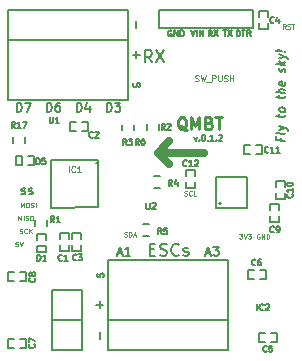
<source format=gto>
G04 #@! TF.FileFunction,Legend,Top*
%FSLAX46Y46*%
G04 Gerber Fmt 4.6, Leading zero omitted, Abs format (unit mm)*
G04 Created by KiCad (PCBNEW (2014-12-04 BZR 5312)-product) date 1/18/2015 1:46:40 PM*
%MOMM*%
G01*
G04 APERTURE LIST*
%ADD10C,0.100000*%
%ADD11C,0.127000*%
%ADD12C,0.177800*%
%ADD13C,0.254000*%
%ADD14C,0.190500*%
%ADD15C,0.635000*%
%ADD16C,0.150000*%
%ADD17C,0.125000*%
G04 APERTURE END LIST*
D10*
D11*
X48215006Y-43671309D02*
X48287577Y-43707594D01*
X48432720Y-43707594D01*
X48505292Y-43671309D01*
X48541577Y-43598737D01*
X48541577Y-43562451D01*
X48505292Y-43489880D01*
X48432720Y-43453594D01*
X48323863Y-43453594D01*
X48251292Y-43417309D01*
X48215006Y-43344737D01*
X48215006Y-43308451D01*
X48251292Y-43235880D01*
X48323863Y-43199594D01*
X48432720Y-43199594D01*
X48505292Y-43235880D01*
X48831863Y-43671309D02*
X48904434Y-43707594D01*
X49049577Y-43707594D01*
X49122149Y-43671309D01*
X49158434Y-43598737D01*
X49158434Y-43562451D01*
X49122149Y-43489880D01*
X49049577Y-43453594D01*
X48940720Y-43453594D01*
X48868149Y-43417309D01*
X48831863Y-43344737D01*
X48831863Y-43308451D01*
X48868149Y-43235880D01*
X48940720Y-43199594D01*
X49049577Y-43199594D01*
X49122149Y-43235880D01*
D12*
X70171491Y-38907902D02*
X70171491Y-39144969D01*
X70570634Y-39194862D02*
X69808634Y-39099612D01*
X69808634Y-38760945D01*
X70570634Y-38483662D02*
X70534349Y-38546860D01*
X70461777Y-38571655D01*
X69808634Y-38490012D01*
X70062634Y-38216962D02*
X70570634Y-38111129D01*
X70062634Y-37878295D02*
X70570634Y-38111129D01*
X70752063Y-38201541D01*
X70788349Y-38239944D01*
X70824634Y-38312212D01*
X70062634Y-37167095D02*
X70062634Y-36896161D01*
X69808634Y-37033745D02*
X70461777Y-37115388D01*
X70534349Y-37090593D01*
X70570634Y-37027395D01*
X70570634Y-36959661D01*
X70570634Y-36620995D02*
X70534349Y-36684193D01*
X70498063Y-36713524D01*
X70425491Y-36738318D01*
X70207777Y-36711104D01*
X70135206Y-36668167D01*
X70098920Y-36629764D01*
X70062634Y-36557495D01*
X70062634Y-36455895D01*
X70098920Y-36392697D01*
X70135206Y-36363367D01*
X70207777Y-36338571D01*
X70425491Y-36365785D01*
X70498063Y-36408724D01*
X70534349Y-36447126D01*
X70570634Y-36519395D01*
X70570634Y-36620995D01*
X70062634Y-35575361D02*
X70062634Y-35304427D01*
X69808634Y-35442011D02*
X70461777Y-35523654D01*
X70534349Y-35498859D01*
X70570634Y-35435661D01*
X70570634Y-35367927D01*
X70570634Y-35130861D02*
X69808634Y-35035611D01*
X70570634Y-34826061D02*
X70171491Y-34776168D01*
X70098920Y-34800963D01*
X70062634Y-34864161D01*
X70062634Y-34965761D01*
X70098920Y-35038030D01*
X70135206Y-35076433D01*
X70534349Y-34211925D02*
X70570634Y-34284194D01*
X70570634Y-34419660D01*
X70534349Y-34482859D01*
X70461777Y-34507653D01*
X70171491Y-34471367D01*
X70098920Y-34428430D01*
X70062634Y-34356160D01*
X70062634Y-34220694D01*
X70098920Y-34157496D01*
X70171491Y-34132701D01*
X70244063Y-34141773D01*
X70316634Y-34489510D01*
X70534349Y-33365258D02*
X70570634Y-33302060D01*
X70570634Y-33166593D01*
X70534349Y-33094325D01*
X70461777Y-33051386D01*
X70425491Y-33046850D01*
X70352920Y-33071646D01*
X70316634Y-33134843D01*
X70316634Y-33236443D01*
X70280349Y-33299642D01*
X70207777Y-33324436D01*
X70171491Y-33319900D01*
X70098920Y-33276963D01*
X70062634Y-33204693D01*
X70062634Y-33103093D01*
X70098920Y-33039896D01*
X70570634Y-32760194D02*
X69808634Y-32664944D01*
X70280349Y-32656175D02*
X70570634Y-32489260D01*
X70062634Y-32425760D02*
X70352920Y-32732980D01*
X70062634Y-32188694D02*
X70570634Y-32082861D01*
X70062634Y-31850027D02*
X70570634Y-32082861D01*
X70752063Y-32173273D01*
X70788349Y-32211676D01*
X70824634Y-32283944D01*
X70498063Y-31633523D02*
X70534349Y-31604192D01*
X70570634Y-31642594D01*
X70534349Y-31671925D01*
X70498063Y-31633523D01*
X70570634Y-31642594D01*
X70280349Y-31606309D02*
X69844920Y-31585746D01*
X69808634Y-31547344D01*
X69844920Y-31518013D01*
X70280349Y-31606309D01*
X69808634Y-31547344D01*
D11*
X62844195Y-38809023D02*
X62965148Y-39147690D01*
X63086100Y-38809023D01*
X63279624Y-39099309D02*
X63303815Y-39123499D01*
X63279624Y-39147690D01*
X63255434Y-39123499D01*
X63279624Y-39099309D01*
X63279624Y-39147690D01*
X63618291Y-38639690D02*
X63666672Y-38639690D01*
X63715053Y-38663880D01*
X63739244Y-38688070D01*
X63763434Y-38736451D01*
X63787625Y-38833213D01*
X63787625Y-38954166D01*
X63763434Y-39050928D01*
X63739244Y-39099309D01*
X63715053Y-39123499D01*
X63666672Y-39147690D01*
X63618291Y-39147690D01*
X63569910Y-39123499D01*
X63545720Y-39099309D01*
X63521529Y-39050928D01*
X63497339Y-38954166D01*
X63497339Y-38833213D01*
X63521529Y-38736451D01*
X63545720Y-38688070D01*
X63569910Y-38663880D01*
X63618291Y-38639690D01*
X64005339Y-39099309D02*
X64029530Y-39123499D01*
X64005339Y-39147690D01*
X63981149Y-39123499D01*
X64005339Y-39099309D01*
X64005339Y-39147690D01*
X64513340Y-39147690D02*
X64223054Y-39147690D01*
X64368197Y-39147690D02*
X64368197Y-38639690D01*
X64319816Y-38712261D01*
X64271435Y-38760642D01*
X64223054Y-38784832D01*
X64731054Y-39099309D02*
X64755245Y-39123499D01*
X64731054Y-39147690D01*
X64706864Y-39123499D01*
X64731054Y-39099309D01*
X64731054Y-39147690D01*
X64948769Y-38688070D02*
X64972959Y-38663880D01*
X65021340Y-38639690D01*
X65142293Y-38639690D01*
X65190674Y-38663880D01*
X65214864Y-38688070D01*
X65239055Y-38736451D01*
X65239055Y-38784832D01*
X65214864Y-38857404D01*
X64924578Y-39147690D01*
X65239055Y-39147690D01*
D13*
X62203149Y-38280461D02*
X62106387Y-38232080D01*
X62009625Y-38135318D01*
X61864482Y-37990175D01*
X61767721Y-37941794D01*
X61670959Y-37941794D01*
X61719340Y-38183699D02*
X61622578Y-38135318D01*
X61525816Y-38038556D01*
X61477435Y-37845032D01*
X61477435Y-37506366D01*
X61525816Y-37312842D01*
X61622578Y-37216080D01*
X61719340Y-37167699D01*
X61912863Y-37167699D01*
X62009625Y-37216080D01*
X62106387Y-37312842D01*
X62154768Y-37506366D01*
X62154768Y-37845032D01*
X62106387Y-38038556D01*
X62009625Y-38135318D01*
X61912863Y-38183699D01*
X61719340Y-38183699D01*
X62590197Y-38183699D02*
X62590197Y-37167699D01*
X62928863Y-37893413D01*
X63267530Y-37167699D01*
X63267530Y-38183699D01*
X64090006Y-37651509D02*
X64235149Y-37699890D01*
X64283530Y-37748270D01*
X64331911Y-37845032D01*
X64331911Y-37990175D01*
X64283530Y-38086937D01*
X64235149Y-38135318D01*
X64138387Y-38183699D01*
X63751340Y-38183699D01*
X63751340Y-37167699D01*
X64090006Y-37167699D01*
X64186768Y-37216080D01*
X64235149Y-37264461D01*
X64283530Y-37361223D01*
X64283530Y-37457985D01*
X64235149Y-37554747D01*
X64186768Y-37603128D01*
X64090006Y-37651509D01*
X63751340Y-37651509D01*
X64622197Y-37167699D02*
X65202768Y-37167699D01*
X64912483Y-38183699D02*
X64912483Y-37167699D01*
D14*
X52899492Y-36722594D02*
X52899492Y-35960594D01*
X53080920Y-35960594D01*
X53189777Y-35996880D01*
X53262349Y-36069451D01*
X53298634Y-36142023D01*
X53334920Y-36287166D01*
X53334920Y-36396023D01*
X53298634Y-36541166D01*
X53262349Y-36613737D01*
X53189777Y-36686309D01*
X53080920Y-36722594D01*
X52899492Y-36722594D01*
X53988063Y-36214594D02*
X53988063Y-36722594D01*
X53806634Y-35924309D02*
X53625206Y-36468594D01*
X54096920Y-36468594D01*
X55439492Y-36722594D02*
X55439492Y-35960594D01*
X55620920Y-35960594D01*
X55729777Y-35996880D01*
X55802349Y-36069451D01*
X55838634Y-36142023D01*
X55874920Y-36287166D01*
X55874920Y-36396023D01*
X55838634Y-36541166D01*
X55802349Y-36613737D01*
X55729777Y-36686309D01*
X55620920Y-36722594D01*
X55439492Y-36722594D01*
X56128920Y-35960594D02*
X56600634Y-35960594D01*
X56346634Y-36250880D01*
X56455492Y-36250880D01*
X56528063Y-36287166D01*
X56564349Y-36323451D01*
X56600634Y-36396023D01*
X56600634Y-36577451D01*
X56564349Y-36650023D01*
X56528063Y-36686309D01*
X56455492Y-36722594D01*
X56237777Y-36722594D01*
X56165206Y-36686309D01*
X56128920Y-36650023D01*
X50359492Y-36722594D02*
X50359492Y-35960594D01*
X50540920Y-35960594D01*
X50649777Y-35996880D01*
X50722349Y-36069451D01*
X50758634Y-36142023D01*
X50794920Y-36287166D01*
X50794920Y-36396023D01*
X50758634Y-36541166D01*
X50722349Y-36613737D01*
X50649777Y-36686309D01*
X50540920Y-36722594D01*
X50359492Y-36722594D01*
X51448063Y-35960594D02*
X51302920Y-35960594D01*
X51230349Y-35996880D01*
X51194063Y-36033166D01*
X51121492Y-36142023D01*
X51085206Y-36287166D01*
X51085206Y-36577451D01*
X51121492Y-36650023D01*
X51157777Y-36686309D01*
X51230349Y-36722594D01*
X51375492Y-36722594D01*
X51448063Y-36686309D01*
X51484349Y-36650023D01*
X51520634Y-36577451D01*
X51520634Y-36396023D01*
X51484349Y-36323451D01*
X51448063Y-36287166D01*
X51375492Y-36250880D01*
X51230349Y-36250880D01*
X51157777Y-36287166D01*
X51121492Y-36323451D01*
X51085206Y-36396023D01*
X47819492Y-36722594D02*
X47819492Y-35960594D01*
X48000920Y-35960594D01*
X48109777Y-35996880D01*
X48182349Y-36069451D01*
X48218634Y-36142023D01*
X48254920Y-36287166D01*
X48254920Y-36396023D01*
X48218634Y-36541166D01*
X48182349Y-36613737D01*
X48109777Y-36686309D01*
X48000920Y-36722594D01*
X47819492Y-36722594D01*
X48508920Y-35960594D02*
X49016920Y-35960594D01*
X48690349Y-36722594D01*
X63839635Y-48696880D02*
X64202492Y-48696880D01*
X63767063Y-48914594D02*
X64021063Y-48152594D01*
X64275063Y-48914594D01*
X64456492Y-48152594D02*
X64928206Y-48152594D01*
X64674206Y-48442880D01*
X64783064Y-48442880D01*
X64855635Y-48479166D01*
X64891921Y-48515451D01*
X64928206Y-48588023D01*
X64928206Y-48769451D01*
X64891921Y-48842023D01*
X64855635Y-48878309D01*
X64783064Y-48914594D01*
X64565349Y-48914594D01*
X64492778Y-48878309D01*
X64456492Y-48842023D01*
X56346635Y-48696880D02*
X56709492Y-48696880D01*
X56274063Y-48914594D02*
X56528063Y-48152594D01*
X56782063Y-48914594D01*
X57435206Y-48914594D02*
X56999778Y-48914594D01*
X57217492Y-48914594D02*
X57217492Y-48152594D01*
X57144921Y-48261451D01*
X57072349Y-48334023D01*
X56999778Y-48370309D01*
X59261587Y-32519499D02*
X58922921Y-32035690D01*
X58681016Y-32519499D02*
X58681016Y-31503499D01*
X59068063Y-31503499D01*
X59164825Y-31551880D01*
X59213206Y-31600261D01*
X59261587Y-31697023D01*
X59261587Y-31842166D01*
X59213206Y-31938928D01*
X59164825Y-31987309D01*
X59068063Y-32035690D01*
X58681016Y-32035690D01*
X59600254Y-31503499D02*
X60277587Y-32519499D01*
X60277587Y-31503499D02*
X59600254Y-32519499D01*
X59080159Y-48370309D02*
X59418825Y-48370309D01*
X59563968Y-48902499D02*
X59080159Y-48902499D01*
X59080159Y-47886499D01*
X59563968Y-47886499D01*
X59951016Y-48854118D02*
X60096159Y-48902499D01*
X60338063Y-48902499D01*
X60434825Y-48854118D01*
X60483206Y-48805737D01*
X60531587Y-48708975D01*
X60531587Y-48612213D01*
X60483206Y-48515451D01*
X60434825Y-48467070D01*
X60338063Y-48418690D01*
X60144540Y-48370309D01*
X60047778Y-48321928D01*
X59999397Y-48273547D01*
X59951016Y-48176785D01*
X59951016Y-48080023D01*
X59999397Y-47983261D01*
X60047778Y-47934880D01*
X60144540Y-47886499D01*
X60386444Y-47886499D01*
X60531587Y-47934880D01*
X61547587Y-48805737D02*
X61499206Y-48854118D01*
X61354063Y-48902499D01*
X61257301Y-48902499D01*
X61112159Y-48854118D01*
X61015397Y-48757356D01*
X60967016Y-48660594D01*
X60918635Y-48467070D01*
X60918635Y-48321928D01*
X60967016Y-48128404D01*
X61015397Y-48031642D01*
X61112159Y-47934880D01*
X61257301Y-47886499D01*
X61354063Y-47886499D01*
X61499206Y-47934880D01*
X61547587Y-47983261D01*
X61934635Y-48854118D02*
X62031397Y-48902499D01*
X62224921Y-48902499D01*
X62321682Y-48854118D01*
X62370063Y-48757356D01*
X62370063Y-48708975D01*
X62321682Y-48612213D01*
X62224921Y-48563832D01*
X62079778Y-48563832D01*
X61983016Y-48515451D01*
X61934635Y-48418690D01*
X61934635Y-48370309D01*
X61983016Y-48273547D01*
X62079778Y-48225166D01*
X62224921Y-48225166D01*
X62321682Y-48273547D01*
D15*
X63634015Y-40187880D02*
X59763539Y-40187880D01*
X60731158Y-41155499D02*
X59763539Y-40187880D01*
X60731158Y-39220261D01*
D11*
X66437688Y-30322050D02*
X66437688Y-29814050D01*
X66558641Y-29814050D01*
X66631212Y-29838240D01*
X66679593Y-29886621D01*
X66703784Y-29935002D01*
X66727974Y-30031764D01*
X66727974Y-30104335D01*
X66703784Y-30201097D01*
X66679593Y-30249478D01*
X66631212Y-30297859D01*
X66558641Y-30322050D01*
X66437688Y-30322050D01*
X66873117Y-29814050D02*
X67163403Y-29814050D01*
X67018260Y-30322050D02*
X67018260Y-29814050D01*
X67623022Y-30322050D02*
X67453689Y-30080145D01*
X67332736Y-30322050D02*
X67332736Y-29814050D01*
X67526260Y-29814050D01*
X67574641Y-29838240D01*
X67598832Y-29862430D01*
X67623022Y-29910811D01*
X67623022Y-29983383D01*
X67598832Y-30031764D01*
X67574641Y-30055954D01*
X67526260Y-30080145D01*
X67332736Y-30080145D01*
X65315492Y-29814050D02*
X65605778Y-29814050D01*
X65460635Y-30322050D02*
X65460635Y-29814050D01*
X65726730Y-29814050D02*
X66065397Y-30322050D01*
X66065397Y-29814050D02*
X65726730Y-30322050D01*
X64355493Y-30322050D02*
X64186160Y-30080145D01*
X64065207Y-30322050D02*
X64065207Y-29814050D01*
X64258731Y-29814050D01*
X64307112Y-29838240D01*
X64331303Y-29862430D01*
X64355493Y-29910811D01*
X64355493Y-29983383D01*
X64331303Y-30031764D01*
X64307112Y-30055954D01*
X64258731Y-30080145D01*
X64065207Y-30080145D01*
X64524826Y-29814050D02*
X64863493Y-30322050D01*
X64863493Y-29814050D02*
X64524826Y-30322050D01*
X62585839Y-29814050D02*
X62755172Y-30322050D01*
X62924506Y-29814050D01*
X63093839Y-30322050D02*
X63093839Y-29814050D01*
X63335744Y-30322050D02*
X63335744Y-29814050D01*
X63626030Y-30322050D01*
X63626030Y-29814050D01*
X60906053Y-29838240D02*
X60857672Y-29814050D01*
X60785100Y-29814050D01*
X60712529Y-29838240D01*
X60664148Y-29886621D01*
X60639957Y-29935002D01*
X60615767Y-30031764D01*
X60615767Y-30104335D01*
X60639957Y-30201097D01*
X60664148Y-30249478D01*
X60712529Y-30297859D01*
X60785100Y-30322050D01*
X60833481Y-30322050D01*
X60906053Y-30297859D01*
X60930243Y-30273669D01*
X60930243Y-30104335D01*
X60833481Y-30104335D01*
X61147957Y-30322050D02*
X61147957Y-29814050D01*
X61438243Y-30322050D01*
X61438243Y-29814050D01*
X61680147Y-30322050D02*
X61680147Y-29814050D01*
X61801100Y-29814050D01*
X61873671Y-29838240D01*
X61922052Y-29886621D01*
X61946243Y-29935002D01*
X61970433Y-30031764D01*
X61970433Y-30104335D01*
X61946243Y-30201097D01*
X61922052Y-30249478D01*
X61873671Y-30297859D01*
X61801100Y-30322050D01*
X61680147Y-30322050D01*
D16*
X52257960Y-47508160D02*
X52257960Y-47000160D01*
X52257960Y-47000160D02*
X51495960Y-47000160D01*
X51495960Y-47000160D02*
X51495960Y-47508160D01*
X52257960Y-48016160D02*
X52257960Y-48524160D01*
X52257960Y-48524160D02*
X51495960Y-48524160D01*
X51495960Y-48524160D02*
X51495960Y-48016160D01*
X53338920Y-38305880D02*
X53846920Y-38305880D01*
X53846920Y-38305880D02*
X53846920Y-37543880D01*
X53846920Y-37543880D02*
X53338920Y-37543880D01*
X52830920Y-38305880D02*
X52322920Y-38305880D01*
X52322920Y-38305880D02*
X52322920Y-37543880D01*
X52322920Y-37543880D02*
X52830920Y-37543880D01*
X53263800Y-47508160D02*
X53263800Y-47000160D01*
X53263800Y-47000160D02*
X52501800Y-47000160D01*
X52501800Y-47000160D02*
X52501800Y-47508160D01*
X53263800Y-48016160D02*
X53263800Y-48524160D01*
X53263800Y-48524160D02*
X52501800Y-48524160D01*
X52501800Y-48524160D02*
X52501800Y-48016160D01*
X69070580Y-28646980D02*
X69070580Y-28138980D01*
X69070580Y-28138980D02*
X68308580Y-28138980D01*
X68308580Y-28138980D02*
X68308580Y-28646980D01*
X69070580Y-29154980D02*
X69070580Y-29662980D01*
X69070580Y-29662980D02*
X68308580Y-29662980D01*
X68308580Y-29662980D02*
X68308580Y-29154980D01*
X69349940Y-56181100D02*
X69857940Y-56181100D01*
X69857940Y-56181100D02*
X69857940Y-55419100D01*
X69857940Y-55419100D02*
X69349940Y-55419100D01*
X68841940Y-56181100D02*
X68333940Y-56181100D01*
X68333940Y-56181100D02*
X68333940Y-55419100D01*
X68333940Y-55419100D02*
X68841940Y-55419100D01*
X67914840Y-50148600D02*
X67406840Y-50148600D01*
X67406840Y-50148600D02*
X67406840Y-50910600D01*
X67406840Y-50910600D02*
X67914840Y-50910600D01*
X68422840Y-50148600D02*
X68930840Y-50148600D01*
X68930840Y-50148600D02*
X68930840Y-50910600D01*
X68930840Y-50910600D02*
X68422840Y-50910600D01*
X47620700Y-55973700D02*
X47112700Y-55973700D01*
X47112700Y-55973700D02*
X47112700Y-56735700D01*
X47112700Y-56735700D02*
X47620700Y-56735700D01*
X48128700Y-55973700D02*
X48636700Y-55973700D01*
X48636700Y-55973700D02*
X48636700Y-56735700D01*
X48636700Y-56735700D02*
X48128700Y-56735700D01*
X47595300Y-50284100D02*
X47087300Y-50284100D01*
X47087300Y-50284100D02*
X47087300Y-51046100D01*
X47087300Y-51046100D02*
X47595300Y-51046100D01*
X48103300Y-50284100D02*
X48611300Y-50284100D01*
X48611300Y-50284100D02*
X48611300Y-51046100D01*
X48611300Y-51046100D02*
X48103300Y-51046100D01*
X70058280Y-45003720D02*
X70058280Y-44495720D01*
X70058280Y-44495720D02*
X69296280Y-44495720D01*
X69296280Y-44495720D02*
X69296280Y-45003720D01*
X70058280Y-45511720D02*
X70058280Y-46019720D01*
X70058280Y-46019720D02*
X69296280Y-46019720D01*
X69296280Y-46019720D02*
X69296280Y-45511720D01*
X70492620Y-43042840D02*
X70492620Y-42534840D01*
X70492620Y-42534840D02*
X69730620Y-42534840D01*
X69730620Y-42534840D02*
X69730620Y-43042840D01*
X70492620Y-43550840D02*
X70492620Y-44058840D01*
X70492620Y-44058840D02*
X69730620Y-44058840D01*
X69730620Y-44058840D02*
X69730620Y-43550840D01*
X67574160Y-39563040D02*
X67066160Y-39563040D01*
X67066160Y-39563040D02*
X67066160Y-40325040D01*
X67066160Y-40325040D02*
X67574160Y-40325040D01*
X68082160Y-39563040D02*
X68590160Y-39563040D01*
X68590160Y-39563040D02*
X68590160Y-40325040D01*
X68590160Y-40325040D02*
X68082160Y-40325040D01*
X62118240Y-42616120D02*
X62118240Y-43124120D01*
X62118240Y-43124120D02*
X62880240Y-43124120D01*
X62880240Y-43124120D02*
X62880240Y-42616120D01*
X62118240Y-42108120D02*
X62118240Y-41600120D01*
X62118240Y-41600120D02*
X62880240Y-41600120D01*
X62880240Y-41600120D02*
X62880240Y-42108120D01*
X50264920Y-48074880D02*
X49504920Y-48084880D01*
X50265920Y-47570880D02*
X50265920Y-47062880D01*
X50265920Y-47062880D02*
X49503920Y-47062880D01*
X49503920Y-47062880D02*
X49503920Y-47570880D01*
X50265920Y-48078880D02*
X50265920Y-48586880D01*
X50265920Y-48586880D02*
X49503920Y-48586880D01*
X49503920Y-48586880D02*
X49503920Y-48078880D01*
X49359920Y-45874880D02*
X49359920Y-46374880D01*
X50409920Y-46374880D02*
X50409920Y-45874880D01*
X59874640Y-38283960D02*
X59874640Y-37783960D01*
X58824640Y-37783960D02*
X58824640Y-38283960D01*
X65122128Y-44481670D02*
G75*
G03X65122128Y-44481670I-76158J0D01*
G01*
X64685970Y-44851670D02*
X67325970Y-44851670D01*
X67325970Y-44851670D02*
X67325970Y-42251670D01*
X67325970Y-42251670D02*
X64695970Y-42251670D01*
X64695970Y-42251670D02*
X64695970Y-44851670D01*
X54547900Y-41063200D02*
G75*
G03X54547900Y-41063200I-50000J0D01*
G01*
X54717900Y-40823200D02*
X54717900Y-44813200D01*
X54717900Y-44813200D02*
X50697900Y-44823200D01*
X50697900Y-44823200D02*
X50697900Y-40823200D01*
X50697900Y-40823200D02*
X54707900Y-40823200D01*
X48291940Y-41207960D02*
X48281940Y-40447960D01*
X48795940Y-41208960D02*
X49303940Y-41208960D01*
X49303940Y-41208960D02*
X49303940Y-40446960D01*
X49303940Y-40446960D02*
X48795940Y-40446960D01*
X48287940Y-41208960D02*
X47779940Y-41208960D01*
X47779940Y-41208960D02*
X47779940Y-40446960D01*
X47779940Y-40446960D02*
X48287940Y-40446960D01*
X48548780Y-39360920D02*
X48548780Y-38860920D01*
X47498780Y-38860920D02*
X47498780Y-39360920D01*
X53354920Y-54324880D02*
X50814920Y-54324880D01*
X53354920Y-56864880D02*
X50814920Y-56864880D01*
X50814920Y-56864880D02*
X50814920Y-54324880D01*
X50814920Y-54324880D02*
X50814920Y-51784880D01*
X50814920Y-51784880D02*
X53354920Y-51784880D01*
X53354920Y-51784880D02*
X53354920Y-56864880D01*
X59835240Y-28083200D02*
X67835240Y-28083200D01*
X67835240Y-28083200D02*
X67835240Y-29583200D01*
X67835240Y-29583200D02*
X59835240Y-29583200D01*
X59835240Y-29583200D02*
X59835240Y-28083200D01*
X47094920Y-30614880D02*
X57254920Y-30614880D01*
X47094920Y-35694880D02*
X57254920Y-35694880D01*
X57254920Y-35694880D02*
X57254920Y-28074880D01*
X57254920Y-28074880D02*
X47094920Y-28074880D01*
X47094920Y-28074880D02*
X47094920Y-35694880D01*
X65674920Y-54334880D02*
X55514920Y-54334880D01*
X65674920Y-49254880D02*
X55514920Y-49254880D01*
X55514920Y-49254880D02*
X55514920Y-56874880D01*
X55514920Y-56874880D02*
X65674920Y-56874880D01*
X65674920Y-56874880D02*
X65674920Y-49254880D01*
X57771520Y-38294120D02*
X57771520Y-37794120D01*
X56721520Y-37794120D02*
X56721520Y-38294120D01*
X59919680Y-42111440D02*
X59419680Y-42111440D01*
X59419680Y-43161440D02*
X59919680Y-43161440D01*
X58512900Y-47233060D02*
X59012900Y-47233060D01*
X59012900Y-46183060D02*
X58512900Y-46183060D01*
X58823080Y-38289040D02*
X58823080Y-37789040D01*
X57773080Y-37789040D02*
X57773080Y-38289040D01*
D11*
X50597872Y-37146690D02*
X50597872Y-37557928D01*
X50622063Y-37606309D01*
X50646253Y-37630499D01*
X50694634Y-37654690D01*
X50791396Y-37654690D01*
X50839777Y-37630499D01*
X50863968Y-37606309D01*
X50888158Y-37557928D01*
X50888158Y-37146690D01*
X51396158Y-37654690D02*
X51105872Y-37654690D01*
X51251015Y-37654690D02*
X51251015Y-37146690D01*
X51202634Y-37219261D01*
X51154253Y-37267642D01*
X51105872Y-37291832D01*
X51647513Y-49269469D02*
X51623323Y-49293659D01*
X51550751Y-49317850D01*
X51502370Y-49317850D01*
X51429799Y-49293659D01*
X51381418Y-49245278D01*
X51357227Y-49196897D01*
X51333037Y-49100135D01*
X51333037Y-49027564D01*
X51357227Y-48930802D01*
X51381418Y-48882421D01*
X51429799Y-48834040D01*
X51502370Y-48809850D01*
X51550751Y-48809850D01*
X51623323Y-48834040D01*
X51647513Y-48858230D01*
X52131323Y-49317850D02*
X51841037Y-49317850D01*
X51986180Y-49317850D02*
X51986180Y-48809850D01*
X51937799Y-48882421D01*
X51889418Y-48930802D01*
X51841037Y-48954992D01*
X54266253Y-38845309D02*
X54242063Y-38869499D01*
X54169491Y-38893690D01*
X54121110Y-38893690D01*
X54048539Y-38869499D01*
X54000158Y-38821118D01*
X53975967Y-38772737D01*
X53951777Y-38675975D01*
X53951777Y-38603404D01*
X53975967Y-38506642D01*
X54000158Y-38458261D01*
X54048539Y-38409880D01*
X54121110Y-38385690D01*
X54169491Y-38385690D01*
X54242063Y-38409880D01*
X54266253Y-38434070D01*
X54459777Y-38434070D02*
X54483967Y-38409880D01*
X54532348Y-38385690D01*
X54653301Y-38385690D01*
X54701682Y-38409880D01*
X54725872Y-38434070D01*
X54750063Y-38482451D01*
X54750063Y-38530832D01*
X54725872Y-38603404D01*
X54435586Y-38893690D01*
X54750063Y-38893690D01*
X52871793Y-49236449D02*
X52847603Y-49260639D01*
X52775031Y-49284830D01*
X52726650Y-49284830D01*
X52654079Y-49260639D01*
X52605698Y-49212258D01*
X52581507Y-49163877D01*
X52557317Y-49067115D01*
X52557317Y-48994544D01*
X52581507Y-48897782D01*
X52605698Y-48849401D01*
X52654079Y-48801020D01*
X52726650Y-48776830D01*
X52775031Y-48776830D01*
X52847603Y-48801020D01*
X52871793Y-48825210D01*
X53041126Y-48776830D02*
X53355603Y-48776830D01*
X53186269Y-48970353D01*
X53258841Y-48970353D01*
X53307222Y-48994544D01*
X53331412Y-49018734D01*
X53355603Y-49067115D01*
X53355603Y-49188068D01*
X53331412Y-49236449D01*
X53307222Y-49260639D01*
X53258841Y-49284830D01*
X53113698Y-49284830D01*
X53065317Y-49260639D01*
X53041126Y-49236449D01*
X69572653Y-29130669D02*
X69548463Y-29154859D01*
X69475891Y-29179050D01*
X69427510Y-29179050D01*
X69354939Y-29154859D01*
X69306558Y-29106478D01*
X69282367Y-29058097D01*
X69258177Y-28961335D01*
X69258177Y-28888764D01*
X69282367Y-28792002D01*
X69306558Y-28743621D01*
X69354939Y-28695240D01*
X69427510Y-28671050D01*
X69475891Y-28671050D01*
X69548463Y-28695240D01*
X69572653Y-28719430D01*
X70008082Y-28840383D02*
X70008082Y-29179050D01*
X69887129Y-28646859D02*
X69766177Y-29009716D01*
X70080653Y-29009716D01*
X68985873Y-56972129D02*
X68961683Y-56996319D01*
X68889111Y-57020510D01*
X68840730Y-57020510D01*
X68768159Y-56996319D01*
X68719778Y-56947938D01*
X68695587Y-56899557D01*
X68671397Y-56802795D01*
X68671397Y-56730224D01*
X68695587Y-56633462D01*
X68719778Y-56585081D01*
X68768159Y-56536700D01*
X68840730Y-56512510D01*
X68889111Y-56512510D01*
X68961683Y-56536700D01*
X68985873Y-56560890D01*
X69445492Y-56512510D02*
X69203587Y-56512510D01*
X69179397Y-56754414D01*
X69203587Y-56730224D01*
X69251968Y-56706033D01*
X69372921Y-56706033D01*
X69421302Y-56730224D01*
X69445492Y-56754414D01*
X69469683Y-56802795D01*
X69469683Y-56923748D01*
X69445492Y-56972129D01*
X69421302Y-56996319D01*
X69372921Y-57020510D01*
X69251968Y-57020510D01*
X69203587Y-56996319D01*
X69179397Y-56972129D01*
X68034173Y-49661029D02*
X68009983Y-49685219D01*
X67937411Y-49709410D01*
X67889030Y-49709410D01*
X67816459Y-49685219D01*
X67768078Y-49636838D01*
X67743887Y-49588457D01*
X67719697Y-49491695D01*
X67719697Y-49419124D01*
X67743887Y-49322362D01*
X67768078Y-49273981D01*
X67816459Y-49225600D01*
X67889030Y-49201410D01*
X67937411Y-49201410D01*
X68009983Y-49225600D01*
X68034173Y-49249790D01*
X68469602Y-49201410D02*
X68372840Y-49201410D01*
X68324459Y-49225600D01*
X68300268Y-49249790D01*
X68251887Y-49322362D01*
X68227697Y-49419124D01*
X68227697Y-49612648D01*
X68251887Y-49661029D01*
X68276078Y-49685219D01*
X68324459Y-49709410D01*
X68421221Y-49709410D01*
X68469602Y-49685219D01*
X68493792Y-49661029D01*
X68517983Y-49612648D01*
X68517983Y-49491695D01*
X68493792Y-49443314D01*
X68469602Y-49419124D01*
X68421221Y-49394933D01*
X68324459Y-49394933D01*
X68276078Y-49419124D01*
X68251887Y-49443314D01*
X68227697Y-49491695D01*
X49306899Y-56381837D02*
X49331089Y-56406027D01*
X49355280Y-56478599D01*
X49355280Y-56526980D01*
X49331089Y-56599551D01*
X49282708Y-56647932D01*
X49234327Y-56672123D01*
X49137565Y-56696313D01*
X49064994Y-56696313D01*
X48968232Y-56672123D01*
X48919851Y-56647932D01*
X48871470Y-56599551D01*
X48847280Y-56526980D01*
X48847280Y-56478599D01*
X48871470Y-56406027D01*
X48895660Y-56381837D01*
X48847280Y-56212504D02*
X48847280Y-55873837D01*
X49355280Y-56091551D01*
X49330729Y-50799767D02*
X49354919Y-50823957D01*
X49379110Y-50896529D01*
X49379110Y-50944910D01*
X49354919Y-51017481D01*
X49306538Y-51065862D01*
X49258157Y-51090053D01*
X49161395Y-51114243D01*
X49088824Y-51114243D01*
X48992062Y-51090053D01*
X48943681Y-51065862D01*
X48895300Y-51017481D01*
X48871110Y-50944910D01*
X48871110Y-50896529D01*
X48895300Y-50823957D01*
X48919490Y-50799767D01*
X49088824Y-50509481D02*
X49064633Y-50557862D01*
X49040443Y-50582053D01*
X48992062Y-50606243D01*
X48967871Y-50606243D01*
X48919490Y-50582053D01*
X48895300Y-50557862D01*
X48871110Y-50509481D01*
X48871110Y-50412719D01*
X48895300Y-50364338D01*
X48919490Y-50340148D01*
X48967871Y-50315957D01*
X48992062Y-50315957D01*
X49040443Y-50340148D01*
X49064633Y-50364338D01*
X49088824Y-50412719D01*
X49088824Y-50509481D01*
X49113014Y-50557862D01*
X49137205Y-50582053D01*
X49185586Y-50606243D01*
X49282348Y-50606243D01*
X49330729Y-50582053D01*
X49354919Y-50557862D01*
X49379110Y-50509481D01*
X49379110Y-50412719D01*
X49354919Y-50364338D01*
X49330729Y-50340148D01*
X49282348Y-50315957D01*
X49185586Y-50315957D01*
X49137205Y-50340148D01*
X49113014Y-50364338D01*
X49088824Y-50412719D01*
X69593783Y-46870019D02*
X69569593Y-46894209D01*
X69497021Y-46918400D01*
X69448640Y-46918400D01*
X69376069Y-46894209D01*
X69327688Y-46845828D01*
X69303497Y-46797447D01*
X69279307Y-46700685D01*
X69279307Y-46628114D01*
X69303497Y-46531352D01*
X69327688Y-46482971D01*
X69376069Y-46434590D01*
X69448640Y-46410400D01*
X69497021Y-46410400D01*
X69569593Y-46434590D01*
X69593783Y-46458780D01*
X69835688Y-46918400D02*
X69932450Y-46918400D01*
X69980831Y-46894209D01*
X70005021Y-46870019D01*
X70053402Y-46797447D01*
X70077593Y-46700685D01*
X70077593Y-46507161D01*
X70053402Y-46458780D01*
X70029212Y-46434590D01*
X69980831Y-46410400D01*
X69884069Y-46410400D01*
X69835688Y-46434590D01*
X69811497Y-46458780D01*
X69787307Y-46507161D01*
X69787307Y-46628114D01*
X69811497Y-46676495D01*
X69835688Y-46700685D01*
X69884069Y-46724876D01*
X69980831Y-46724876D01*
X70029212Y-46700685D01*
X70053402Y-46676495D01*
X70077593Y-46628114D01*
X71131249Y-43674212D02*
X71155439Y-43698402D01*
X71179630Y-43770974D01*
X71179630Y-43819355D01*
X71155439Y-43891926D01*
X71107058Y-43940307D01*
X71058677Y-43964498D01*
X70961915Y-43988688D01*
X70889344Y-43988688D01*
X70792582Y-43964498D01*
X70744201Y-43940307D01*
X70695820Y-43891926D01*
X70671630Y-43819355D01*
X70671630Y-43770974D01*
X70695820Y-43698402D01*
X70720010Y-43674212D01*
X71179630Y-43190402D02*
X71179630Y-43480688D01*
X71179630Y-43335545D02*
X70671630Y-43335545D01*
X70744201Y-43383926D01*
X70792582Y-43432307D01*
X70816772Y-43480688D01*
X70671630Y-42875926D02*
X70671630Y-42827545D01*
X70695820Y-42779164D01*
X70720010Y-42754973D01*
X70768391Y-42730783D01*
X70865153Y-42706592D01*
X70986106Y-42706592D01*
X71082868Y-42730783D01*
X71131249Y-42754973D01*
X71155439Y-42779164D01*
X71179630Y-42827545D01*
X71179630Y-42875926D01*
X71155439Y-42924307D01*
X71131249Y-42948497D01*
X71082868Y-42972688D01*
X70986106Y-42996878D01*
X70865153Y-42996878D01*
X70768391Y-42972688D01*
X70720010Y-42948497D01*
X70695820Y-42924307D01*
X70671630Y-42875926D01*
X69113118Y-40116159D02*
X69088928Y-40140349D01*
X69016356Y-40164540D01*
X68967975Y-40164540D01*
X68895404Y-40140349D01*
X68847023Y-40091968D01*
X68822832Y-40043587D01*
X68798642Y-39946825D01*
X68798642Y-39874254D01*
X68822832Y-39777492D01*
X68847023Y-39729111D01*
X68895404Y-39680730D01*
X68967975Y-39656540D01*
X69016356Y-39656540D01*
X69088928Y-39680730D01*
X69113118Y-39704920D01*
X69596928Y-40164540D02*
X69306642Y-40164540D01*
X69451785Y-40164540D02*
X69451785Y-39656540D01*
X69403404Y-39729111D01*
X69355023Y-39777492D01*
X69306642Y-39801682D01*
X70080738Y-40164540D02*
X69790452Y-40164540D01*
X69935595Y-40164540D02*
X69935595Y-39656540D01*
X69887214Y-39729111D01*
X69838833Y-39777492D01*
X69790452Y-39801682D01*
X62208228Y-41253229D02*
X62184038Y-41277419D01*
X62111466Y-41301610D01*
X62063085Y-41301610D01*
X61990514Y-41277419D01*
X61942133Y-41229038D01*
X61917942Y-41180657D01*
X61893752Y-41083895D01*
X61893752Y-41011324D01*
X61917942Y-40914562D01*
X61942133Y-40866181D01*
X61990514Y-40817800D01*
X62063085Y-40793610D01*
X62111466Y-40793610D01*
X62184038Y-40817800D01*
X62208228Y-40841990D01*
X62692038Y-41301610D02*
X62401752Y-41301610D01*
X62546895Y-41301610D02*
X62546895Y-40793610D01*
X62498514Y-40866181D01*
X62450133Y-40914562D01*
X62401752Y-40938752D01*
X62885562Y-40841990D02*
X62909752Y-40817800D01*
X62958133Y-40793610D01*
X63079086Y-40793610D01*
X63127467Y-40817800D01*
X63151657Y-40841990D01*
X63175848Y-40890371D01*
X63175848Y-40938752D01*
X63151657Y-41011324D01*
X62861371Y-41301610D01*
X63175848Y-41301610D01*
X49555687Y-49324690D02*
X49555687Y-48816690D01*
X49676640Y-48816690D01*
X49749211Y-48840880D01*
X49797592Y-48889261D01*
X49821783Y-48937642D01*
X49845973Y-49034404D01*
X49845973Y-49106975D01*
X49821783Y-49203737D01*
X49797592Y-49252118D01*
X49749211Y-49300499D01*
X49676640Y-49324690D01*
X49555687Y-49324690D01*
X50329783Y-49324690D02*
X50039497Y-49324690D01*
X50184640Y-49324690D02*
X50184640Y-48816690D01*
X50136259Y-48889261D01*
X50087878Y-48937642D01*
X50039497Y-48961832D01*
X51000253Y-46054690D02*
X50830920Y-45812785D01*
X50709967Y-46054690D02*
X50709967Y-45546690D01*
X50903491Y-45546690D01*
X50951872Y-45570880D01*
X50976063Y-45595070D01*
X51000253Y-45643451D01*
X51000253Y-45716023D01*
X50976063Y-45764404D01*
X50951872Y-45788594D01*
X50903491Y-45812785D01*
X50709967Y-45812785D01*
X51484063Y-46054690D02*
X51193777Y-46054690D01*
X51338920Y-46054690D02*
X51338920Y-45546690D01*
X51290539Y-45619261D01*
X51242158Y-45667642D01*
X51193777Y-45691832D01*
X60367333Y-38245990D02*
X60198000Y-38004085D01*
X60077047Y-38245990D02*
X60077047Y-37737990D01*
X60270571Y-37737990D01*
X60318952Y-37762180D01*
X60343143Y-37786370D01*
X60367333Y-37834751D01*
X60367333Y-37907323D01*
X60343143Y-37955704D01*
X60318952Y-37979894D01*
X60270571Y-38004085D01*
X60077047Y-38004085D01*
X60560857Y-37786370D02*
X60585047Y-37762180D01*
X60633428Y-37737990D01*
X60754381Y-37737990D01*
X60802762Y-37762180D01*
X60826952Y-37786370D01*
X60851143Y-37834751D01*
X60851143Y-37883132D01*
X60826952Y-37955704D01*
X60536666Y-38245990D01*
X60851143Y-38245990D01*
X68155535Y-53502610D02*
X68155535Y-52994610D01*
X68687726Y-53454229D02*
X68663536Y-53478419D01*
X68590964Y-53502610D01*
X68542583Y-53502610D01*
X68470012Y-53478419D01*
X68421631Y-53430038D01*
X68397440Y-53381657D01*
X68373250Y-53284895D01*
X68373250Y-53212324D01*
X68397440Y-53115562D01*
X68421631Y-53067181D01*
X68470012Y-53018800D01*
X68542583Y-52994610D01*
X68590964Y-52994610D01*
X68663536Y-53018800D01*
X68687726Y-53042990D01*
X68881250Y-53042990D02*
X68905440Y-53018800D01*
X68953821Y-52994610D01*
X69074774Y-52994610D01*
X69123155Y-53018800D01*
X69147345Y-53042990D01*
X69171536Y-53091371D01*
X69171536Y-53139752D01*
X69147345Y-53212324D01*
X68857059Y-53502610D01*
X69171536Y-53502610D01*
D17*
X52230126Y-41812470D02*
X52230126Y-41312470D01*
X52753935Y-41764851D02*
X52730125Y-41788661D01*
X52658697Y-41812470D01*
X52611078Y-41812470D01*
X52539649Y-41788661D01*
X52492030Y-41741042D01*
X52468221Y-41693423D01*
X52444411Y-41598185D01*
X52444411Y-41526756D01*
X52468221Y-41431518D01*
X52492030Y-41383899D01*
X52539649Y-41336280D01*
X52611078Y-41312470D01*
X52658697Y-41312470D01*
X52730125Y-41336280D01*
X52753935Y-41360090D01*
X53230125Y-41812470D02*
X52944411Y-41812470D01*
X53087268Y-41812470D02*
X53087268Y-41312470D01*
X53039649Y-41383899D01*
X52992030Y-41431518D01*
X52944411Y-41455328D01*
D11*
X49487787Y-41133970D02*
X49487787Y-40625970D01*
X49608740Y-40625970D01*
X49681311Y-40650160D01*
X49729692Y-40698541D01*
X49753883Y-40746922D01*
X49778073Y-40843684D01*
X49778073Y-40916255D01*
X49753883Y-41013017D01*
X49729692Y-41061398D01*
X49681311Y-41109779D01*
X49608740Y-41133970D01*
X49487787Y-41133970D01*
X50237692Y-40625970D02*
X49995787Y-40625970D01*
X49971597Y-40867874D01*
X49995787Y-40843684D01*
X50044168Y-40819493D01*
X50165121Y-40819493D01*
X50213502Y-40843684D01*
X50237692Y-40867874D01*
X50261883Y-40916255D01*
X50261883Y-41037208D01*
X50237692Y-41085589D01*
X50213502Y-41109779D01*
X50165121Y-41133970D01*
X50044168Y-41133970D01*
X49995787Y-41109779D01*
X49971597Y-41085589D01*
X47690128Y-38052950D02*
X47520795Y-37811045D01*
X47399842Y-38052950D02*
X47399842Y-37544950D01*
X47593366Y-37544950D01*
X47641747Y-37569140D01*
X47665938Y-37593330D01*
X47690128Y-37641711D01*
X47690128Y-37714283D01*
X47665938Y-37762664D01*
X47641747Y-37786854D01*
X47593366Y-37811045D01*
X47399842Y-37811045D01*
X48173938Y-38052950D02*
X47883652Y-38052950D01*
X48028795Y-38052950D02*
X48028795Y-37544950D01*
X47980414Y-37617521D01*
X47932033Y-37665902D01*
X47883652Y-37690092D01*
X48343271Y-37544950D02*
X48681938Y-37544950D01*
X48464224Y-38052950D01*
D10*
X47956349Y-45905832D02*
X47956349Y-45505832D01*
X48089682Y-45791547D01*
X48223016Y-45505832D01*
X48223016Y-45905832D01*
X48413492Y-45905832D02*
X48413492Y-45505832D01*
X48584920Y-45886785D02*
X48642063Y-45905832D01*
X48737301Y-45905832D01*
X48775397Y-45886785D01*
X48794444Y-45867737D01*
X48813492Y-45829642D01*
X48813492Y-45791547D01*
X48794444Y-45753451D01*
X48775397Y-45734404D01*
X48737301Y-45715356D01*
X48661111Y-45696309D01*
X48623016Y-45677261D01*
X48603968Y-45658213D01*
X48584920Y-45620118D01*
X48584920Y-45582023D01*
X48603968Y-45543928D01*
X48623016Y-45524880D01*
X48661111Y-45505832D01*
X48756349Y-45505832D01*
X48813492Y-45524880D01*
X49061111Y-45505832D02*
X49137301Y-45505832D01*
X49175396Y-45524880D01*
X49213492Y-45562975D01*
X49232539Y-45639166D01*
X49232539Y-45772499D01*
X49213492Y-45848690D01*
X49175396Y-45886785D01*
X49137301Y-45905832D01*
X49061111Y-45905832D01*
X49023015Y-45886785D01*
X48984920Y-45848690D01*
X48965872Y-45772499D01*
X48965872Y-45639166D01*
X48984920Y-45562975D01*
X49023015Y-45524880D01*
X49061111Y-45505832D01*
X48156349Y-44805832D02*
X48156349Y-44405832D01*
X48289682Y-44691547D01*
X48423016Y-44405832D01*
X48423016Y-44805832D01*
X48689683Y-44405832D02*
X48765873Y-44405832D01*
X48803968Y-44424880D01*
X48842064Y-44462975D01*
X48861111Y-44539166D01*
X48861111Y-44672499D01*
X48842064Y-44748690D01*
X48803968Y-44786785D01*
X48765873Y-44805832D01*
X48689683Y-44805832D01*
X48651587Y-44786785D01*
X48613492Y-44748690D01*
X48594444Y-44672499D01*
X48594444Y-44539166D01*
X48613492Y-44462975D01*
X48651587Y-44424880D01*
X48689683Y-44405832D01*
X49013492Y-44786785D02*
X49070635Y-44805832D01*
X49165873Y-44805832D01*
X49203969Y-44786785D01*
X49223016Y-44767737D01*
X49242064Y-44729642D01*
X49242064Y-44691547D01*
X49223016Y-44653451D01*
X49203969Y-44634404D01*
X49165873Y-44615356D01*
X49089683Y-44596309D01*
X49051588Y-44577261D01*
X49032540Y-44558213D01*
X49013492Y-44520118D01*
X49013492Y-44482023D01*
X49032540Y-44443928D01*
X49051588Y-44424880D01*
X49089683Y-44405832D01*
X49184921Y-44405832D01*
X49242064Y-44424880D01*
X49413492Y-44805832D02*
X49413492Y-44405832D01*
X48070634Y-46986785D02*
X48127777Y-47005832D01*
X48223015Y-47005832D01*
X48261111Y-46986785D01*
X48280158Y-46967737D01*
X48299206Y-46929642D01*
X48299206Y-46891547D01*
X48280158Y-46853451D01*
X48261111Y-46834404D01*
X48223015Y-46815356D01*
X48146825Y-46796309D01*
X48108730Y-46777261D01*
X48089682Y-46758213D01*
X48070634Y-46720118D01*
X48070634Y-46682023D01*
X48089682Y-46643928D01*
X48108730Y-46624880D01*
X48146825Y-46605832D01*
X48242063Y-46605832D01*
X48299206Y-46624880D01*
X48699206Y-46967737D02*
X48680158Y-46986785D01*
X48623015Y-47005832D01*
X48584920Y-47005832D01*
X48527777Y-46986785D01*
X48489682Y-46948690D01*
X48470634Y-46910594D01*
X48451586Y-46834404D01*
X48451586Y-46777261D01*
X48470634Y-46701070D01*
X48489682Y-46662975D01*
X48527777Y-46624880D01*
X48584920Y-46605832D01*
X48623015Y-46605832D01*
X48680158Y-46624880D01*
X48699206Y-46643928D01*
X48870634Y-47005832D02*
X48870634Y-46605832D01*
X49099206Y-47005832D02*
X48927777Y-46777261D01*
X49099206Y-46605832D02*
X48870634Y-46834404D01*
X70583453Y-29680512D02*
X70450119Y-29490036D01*
X70354881Y-29680512D02*
X70354881Y-29280512D01*
X70507262Y-29280512D01*
X70545357Y-29299560D01*
X70564405Y-29318608D01*
X70583453Y-29356703D01*
X70583453Y-29413846D01*
X70564405Y-29451941D01*
X70545357Y-29470989D01*
X70507262Y-29490036D01*
X70354881Y-29490036D01*
X70735833Y-29661465D02*
X70792976Y-29680512D01*
X70888214Y-29680512D01*
X70926310Y-29661465D01*
X70945357Y-29642417D01*
X70964405Y-29604322D01*
X70964405Y-29566227D01*
X70945357Y-29528131D01*
X70926310Y-29509084D01*
X70888214Y-29490036D01*
X70812024Y-29470989D01*
X70773929Y-29451941D01*
X70754881Y-29432893D01*
X70735833Y-29394798D01*
X70735833Y-29356703D01*
X70754881Y-29318608D01*
X70773929Y-29299560D01*
X70812024Y-29280512D01*
X70907262Y-29280512D01*
X70964405Y-29299560D01*
X71078690Y-29280512D02*
X71307262Y-29280512D01*
X71192976Y-29680512D02*
X71192976Y-29280512D01*
X56925266Y-47259605D02*
X56982409Y-47278652D01*
X57077647Y-47278652D01*
X57115743Y-47259605D01*
X57134790Y-47240557D01*
X57153838Y-47202462D01*
X57153838Y-47164367D01*
X57134790Y-47126271D01*
X57115743Y-47107224D01*
X57077647Y-47088176D01*
X57001457Y-47069129D01*
X56963362Y-47050081D01*
X56944314Y-47031033D01*
X56925266Y-46992938D01*
X56925266Y-46954843D01*
X56944314Y-46916748D01*
X56963362Y-46897700D01*
X57001457Y-46878652D01*
X57096695Y-46878652D01*
X57153838Y-46897700D01*
X57325266Y-47278652D02*
X57325266Y-46878652D01*
X57420504Y-46878652D01*
X57477647Y-46897700D01*
X57515742Y-46935795D01*
X57534790Y-46973890D01*
X57553838Y-47050081D01*
X57553838Y-47107224D01*
X57534790Y-47183414D01*
X57515742Y-47221510D01*
X57477647Y-47259605D01*
X57420504Y-47278652D01*
X57325266Y-47278652D01*
X57706218Y-47164367D02*
X57896695Y-47164367D01*
X57668123Y-47278652D02*
X57801457Y-46878652D01*
X57934790Y-47278652D01*
X62011749Y-43795345D02*
X62068892Y-43814392D01*
X62164130Y-43814392D01*
X62202226Y-43795345D01*
X62221273Y-43776297D01*
X62240321Y-43738202D01*
X62240321Y-43700107D01*
X62221273Y-43662011D01*
X62202226Y-43642964D01*
X62164130Y-43623916D01*
X62087940Y-43604869D01*
X62049845Y-43585821D01*
X62030797Y-43566773D01*
X62011749Y-43528678D01*
X62011749Y-43490583D01*
X62030797Y-43452488D01*
X62049845Y-43433440D01*
X62087940Y-43414392D01*
X62183178Y-43414392D01*
X62240321Y-43433440D01*
X62640321Y-43776297D02*
X62621273Y-43795345D01*
X62564130Y-43814392D01*
X62526035Y-43814392D01*
X62468892Y-43795345D01*
X62430797Y-43757250D01*
X62411749Y-43719154D01*
X62392701Y-43642964D01*
X62392701Y-43585821D01*
X62411749Y-43509630D01*
X62430797Y-43471535D01*
X62468892Y-43433440D01*
X62526035Y-43414392D01*
X62564130Y-43414392D01*
X62621273Y-43433440D01*
X62640321Y-43452488D01*
X63002225Y-43814392D02*
X62811749Y-43814392D01*
X62811749Y-43414392D01*
X66669983Y-47057972D02*
X66917602Y-47057972D01*
X66784269Y-47210353D01*
X66841411Y-47210353D01*
X66879507Y-47229401D01*
X66898554Y-47248449D01*
X66917602Y-47286544D01*
X66917602Y-47381782D01*
X66898554Y-47419877D01*
X66879507Y-47438925D01*
X66841411Y-47457972D01*
X66727126Y-47457972D01*
X66689030Y-47438925D01*
X66669983Y-47419877D01*
X67031887Y-47057972D02*
X67165221Y-47457972D01*
X67298554Y-47057972D01*
X67393792Y-47057972D02*
X67641411Y-47057972D01*
X67508078Y-47210353D01*
X67565220Y-47210353D01*
X67603316Y-47229401D01*
X67622363Y-47248449D01*
X67641411Y-47286544D01*
X67641411Y-47381782D01*
X67622363Y-47419877D01*
X67603316Y-47438925D01*
X67565220Y-47457972D01*
X67450935Y-47457972D01*
X67412839Y-47438925D01*
X67393792Y-47419877D01*
X68361598Y-47087180D02*
X68323503Y-47068132D01*
X68266360Y-47068132D01*
X68209217Y-47087180D01*
X68171122Y-47125275D01*
X68152074Y-47163370D01*
X68133026Y-47239561D01*
X68133026Y-47296704D01*
X68152074Y-47372894D01*
X68171122Y-47410990D01*
X68209217Y-47449085D01*
X68266360Y-47468132D01*
X68304455Y-47468132D01*
X68361598Y-47449085D01*
X68380646Y-47430037D01*
X68380646Y-47296704D01*
X68304455Y-47296704D01*
X68552074Y-47468132D02*
X68552074Y-47068132D01*
X68780646Y-47468132D01*
X68780646Y-47068132D01*
X68971122Y-47468132D02*
X68971122Y-47068132D01*
X69066360Y-47068132D01*
X69123503Y-47087180D01*
X69161598Y-47125275D01*
X69180646Y-47163370D01*
X69199694Y-47239561D01*
X69199694Y-47296704D01*
X69180646Y-47372894D01*
X69161598Y-47410990D01*
X69123503Y-47449085D01*
X69066360Y-47468132D01*
X68971122Y-47468132D01*
X47924730Y-47715832D02*
X47734254Y-47715832D01*
X47715206Y-47906309D01*
X47734254Y-47887261D01*
X47772349Y-47868213D01*
X47867587Y-47868213D01*
X47905683Y-47887261D01*
X47924730Y-47906309D01*
X47943778Y-47944404D01*
X47943778Y-48039642D01*
X47924730Y-48077737D01*
X47905683Y-48096785D01*
X47867587Y-48115832D01*
X47772349Y-48115832D01*
X47734254Y-48096785D01*
X47715206Y-48077737D01*
X48058063Y-47715832D02*
X48191397Y-48115832D01*
X48324730Y-47715832D01*
D17*
X62931968Y-34099261D02*
X63003397Y-34123070D01*
X63122444Y-34123070D01*
X63170063Y-34099261D01*
X63193873Y-34075451D01*
X63217682Y-34027832D01*
X63217682Y-33980213D01*
X63193873Y-33932594D01*
X63170063Y-33908785D01*
X63122444Y-33884975D01*
X63027206Y-33861166D01*
X62979587Y-33837356D01*
X62955778Y-33813547D01*
X62931968Y-33765928D01*
X62931968Y-33718309D01*
X62955778Y-33670690D01*
X62979587Y-33646880D01*
X63027206Y-33623070D01*
X63146254Y-33623070D01*
X63217682Y-33646880D01*
X63384349Y-33623070D02*
X63503396Y-34123070D01*
X63598634Y-33765928D01*
X63693872Y-34123070D01*
X63812920Y-33623070D01*
X63884349Y-34170690D02*
X64265301Y-34170690D01*
X64384349Y-34123070D02*
X64384349Y-33623070D01*
X64574825Y-33623070D01*
X64622444Y-33646880D01*
X64646253Y-33670690D01*
X64670063Y-33718309D01*
X64670063Y-33789737D01*
X64646253Y-33837356D01*
X64622444Y-33861166D01*
X64574825Y-33884975D01*
X64384349Y-33884975D01*
X64884349Y-33623070D02*
X64884349Y-34027832D01*
X64908158Y-34075451D01*
X64931968Y-34099261D01*
X64979587Y-34123070D01*
X65074825Y-34123070D01*
X65122444Y-34099261D01*
X65146253Y-34075451D01*
X65170063Y-34027832D01*
X65170063Y-33623070D01*
X65384349Y-34099261D02*
X65455778Y-34123070D01*
X65574825Y-34123070D01*
X65622444Y-34099261D01*
X65646254Y-34075451D01*
X65670063Y-34027832D01*
X65670063Y-33980213D01*
X65646254Y-33932594D01*
X65622444Y-33908785D01*
X65574825Y-33884975D01*
X65479587Y-33861166D01*
X65431968Y-33837356D01*
X65408159Y-33813547D01*
X65384349Y-33765928D01*
X65384349Y-33718309D01*
X65408159Y-33670690D01*
X65431968Y-33646880D01*
X65479587Y-33623070D01*
X65598635Y-33623070D01*
X65670063Y-33646880D01*
X65884349Y-34123070D02*
X65884349Y-33623070D01*
X65884349Y-33861166D02*
X66170063Y-33861166D01*
X66170063Y-34123070D02*
X66170063Y-33623070D01*
D11*
X58802572Y-44420730D02*
X58802572Y-44831968D01*
X58826763Y-44880349D01*
X58850953Y-44904539D01*
X58899334Y-44928730D01*
X58996096Y-44928730D01*
X59044477Y-44904539D01*
X59068668Y-44880349D01*
X59092858Y-44831968D01*
X59092858Y-44420730D01*
X59310572Y-44469110D02*
X59334762Y-44444920D01*
X59383143Y-44420730D01*
X59504096Y-44420730D01*
X59552477Y-44444920D01*
X59576667Y-44469110D01*
X59600858Y-44517491D01*
X59600858Y-44565872D01*
X59576667Y-44638444D01*
X59286381Y-44928730D01*
X59600858Y-44928730D01*
D16*
X58195170Y-34611288D02*
X58233265Y-34535098D01*
X58233265Y-34382717D01*
X58195170Y-34306526D01*
X58118979Y-34268431D01*
X58080884Y-34268431D01*
X58004693Y-34306526D01*
X57966598Y-34382717D01*
X57966598Y-34497002D01*
X57928503Y-34573193D01*
X57852312Y-34611288D01*
X57814217Y-34611288D01*
X57738027Y-34573193D01*
X57699931Y-34497002D01*
X57699931Y-34382717D01*
X57738027Y-34306526D01*
X57951363Y-32171602D02*
X57951363Y-31562078D01*
X58256125Y-31866840D02*
X57646601Y-31866840D01*
X57928503Y-29623982D02*
X57928503Y-29014458D01*
X55131930Y-50714888D02*
X55170025Y-50638698D01*
X55170025Y-50486317D01*
X55131930Y-50410126D01*
X55055739Y-50372031D01*
X55017644Y-50372031D01*
X54941453Y-50410126D01*
X54903358Y-50486317D01*
X54903358Y-50600602D01*
X54865263Y-50676793D01*
X54789072Y-50714888D01*
X54750977Y-50714888D01*
X54674787Y-50676793D01*
X54636691Y-50600602D01*
X54636691Y-50486317D01*
X54674787Y-50410126D01*
X54842403Y-53362822D02*
X54842403Y-52753298D01*
X55147165Y-53058060D02*
X54537641Y-53058060D01*
X54875423Y-55935842D02*
X54875423Y-55326318D01*
D11*
X57131373Y-39518530D02*
X56962040Y-39276625D01*
X56841087Y-39518530D02*
X56841087Y-39010530D01*
X57034611Y-39010530D01*
X57082992Y-39034720D01*
X57107183Y-39058910D01*
X57131373Y-39107291D01*
X57131373Y-39179863D01*
X57107183Y-39228244D01*
X57082992Y-39252434D01*
X57034611Y-39276625D01*
X56841087Y-39276625D01*
X57300706Y-39010530D02*
X57615183Y-39010530D01*
X57445849Y-39204053D01*
X57518421Y-39204053D01*
X57566802Y-39228244D01*
X57590992Y-39252434D01*
X57615183Y-39300815D01*
X57615183Y-39421768D01*
X57590992Y-39470149D01*
X57566802Y-39494339D01*
X57518421Y-39518530D01*
X57373278Y-39518530D01*
X57324897Y-39494339D01*
X57300706Y-39470149D01*
X61000253Y-42954690D02*
X60830920Y-42712785D01*
X60709967Y-42954690D02*
X60709967Y-42446690D01*
X60903491Y-42446690D01*
X60951872Y-42470880D01*
X60976063Y-42495070D01*
X61000253Y-42543451D01*
X61000253Y-42616023D01*
X60976063Y-42664404D01*
X60951872Y-42688594D01*
X60903491Y-42712785D01*
X60709967Y-42712785D01*
X61435682Y-42616023D02*
X61435682Y-42954690D01*
X61314729Y-42422499D02*
X61193777Y-42785356D01*
X61508253Y-42785356D01*
X60100253Y-47054690D02*
X59930920Y-46812785D01*
X59809967Y-47054690D02*
X59809967Y-46546690D01*
X60003491Y-46546690D01*
X60051872Y-46570880D01*
X60076063Y-46595070D01*
X60100253Y-46643451D01*
X60100253Y-46716023D01*
X60076063Y-46764404D01*
X60051872Y-46788594D01*
X60003491Y-46812785D01*
X59809967Y-46812785D01*
X60559872Y-46546690D02*
X60317967Y-46546690D01*
X60293777Y-46788594D01*
X60317967Y-46764404D01*
X60366348Y-46740213D01*
X60487301Y-46740213D01*
X60535682Y-46764404D01*
X60559872Y-46788594D01*
X60584063Y-46836975D01*
X60584063Y-46957928D01*
X60559872Y-47006309D01*
X60535682Y-47030499D01*
X60487301Y-47054690D01*
X60366348Y-47054690D01*
X60317967Y-47030499D01*
X60293777Y-47006309D01*
X58175313Y-39482970D02*
X58005980Y-39241065D01*
X57885027Y-39482970D02*
X57885027Y-38974970D01*
X58078551Y-38974970D01*
X58126932Y-38999160D01*
X58151123Y-39023350D01*
X58175313Y-39071731D01*
X58175313Y-39144303D01*
X58151123Y-39192684D01*
X58126932Y-39216874D01*
X58078551Y-39241065D01*
X57885027Y-39241065D01*
X58610742Y-38974970D02*
X58513980Y-38974970D01*
X58465599Y-38999160D01*
X58441408Y-39023350D01*
X58393027Y-39095922D01*
X58368837Y-39192684D01*
X58368837Y-39386208D01*
X58393027Y-39434589D01*
X58417218Y-39458779D01*
X58465599Y-39482970D01*
X58562361Y-39482970D01*
X58610742Y-39458779D01*
X58634932Y-39434589D01*
X58659123Y-39386208D01*
X58659123Y-39265255D01*
X58634932Y-39216874D01*
X58610742Y-39192684D01*
X58562361Y-39168493D01*
X58465599Y-39168493D01*
X58417218Y-39192684D01*
X58393027Y-39216874D01*
X58368837Y-39265255D01*
M02*

</source>
